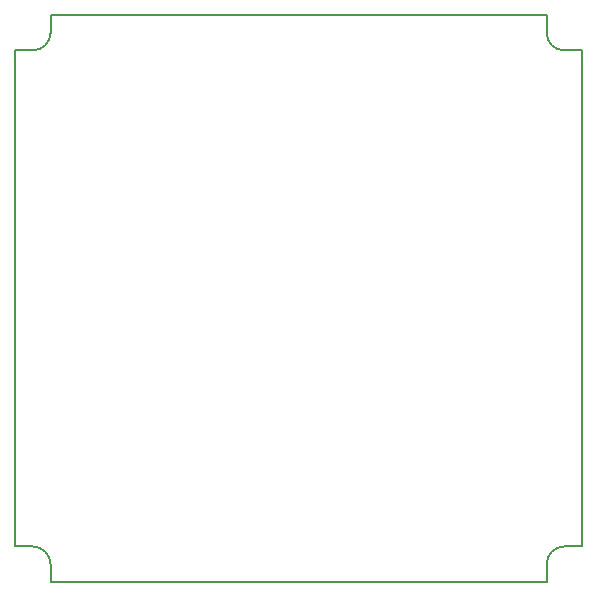
<source format=gbr>
G04*
G04 #@! TF.GenerationSoftware,Altium Limited,Altium Designer,23.8.1 (32)*
G04*
G04 Layer_Color=16711935*
%FSLAX44Y44*%
%MOMM*%
G71*
G04*
G04 #@! TF.SameCoordinates,4E8033DB-9698-49A7-8747-1B8CF0FAEC2F*
G04*
G04*
G04 #@! TF.FilePolarity,Positive*
G04*
G01*
G75*
%ADD10C,0.1500*%
D10*
X460000Y475000D02*
G03*
X475000Y460000I15000J0D01*
G01*
X25000D02*
G03*
X40000Y475000I0J15000D01*
G01*
Y25000D02*
G03*
X25000Y40000I-15000J0D01*
G01*
X475000D02*
G03*
X460000Y25000I0J-15000D01*
G01*
X490000Y40000D02*
X490000Y460000D01*
X10045D02*
X25000D01*
X460000Y475000D02*
Y489901D01*
X40000Y10000D02*
X460000Y10000D01*
X40000Y10275D02*
Y25000D01*
X460000Y10061D02*
Y25000D01*
X10147Y40000D02*
X25000D01*
X475000D02*
X489988D01*
X10000Y460000D02*
X10000Y40000D01*
X475000Y460000D02*
X490018D01*
X40000Y490000D02*
X460000Y490000D01*
X40000Y475000D02*
Y489851D01*
M02*

</source>
